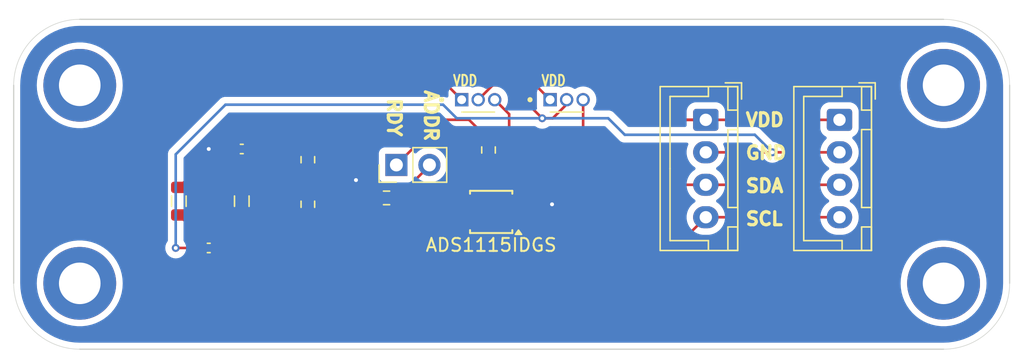
<source format=kicad_pcb>
(kicad_pcb (version 20240108) (generator "pcbnew") (generator_version "8.0")
  (layers (0 "F.Cu" signal) (31 "B.Cu" power) (34 "B.Paste" user) (35 "F.Paste" user) (36 "B.SilkS" user "B.Silkscreen") (37 "F.SilkS" user "F.Silkscreen") (38 "B.Mask" user) (39 "F.Mask" user) (44 "Edge.Cuts" user))
  (net 0 "")
  (net 1 "GND")
  (net 2 "VDD")
  (net 3 "Net-(J1-Pin_3)")
  (net 5 "Net-(U1-AIN1)")
  (net 7 "Net-(U1-AIN0)")
  (net 8 "Net-(J1-Pin_4)")
  (net 9 "Net-(J3-Pin_2)")
  (net 10 "Net-(J3-Pin_1)")
  (net 11 "/GND2")
  (footprint "Inductor_SMD:L_0805_2012Metric" (layer "F.Cu") (at 106.68 62.2625 -90)
    (property "Reference" "FB1")
    (property "Value" "GZ2012D152TF")
    (fp_line (start -0.399622 0.56) (end 0.399622 0.56) (stroke (width 0.12)) (layer "F.SilkS"))
    (fp_line (start -0.399622 -0.56) (end 0.399622 -0.56) (stroke (width 0.12)) (layer "F.SilkS"))
    (pad "1" smd roundrect (at -1.0625 0 270) (size 0.875 1.2) (layers "F.Cu" "F.Paste" "F.Mask") (net 1 "GND"))
    (pad "2" smd roundrect (at 1.0625 0 270) (size 0.875 1.2) (layers "F.Cu" "F.Paste" "F.Mask") (net 11 "/GND2"))
  )
  (footprint "ss495:XDCR_SS495A" (layer "F.Cu") (at 136.498 54.615)
    (property "Reference" "VDD" (at -1 -1.6414 0) (layer "F.SilkS") (effects (font (size 0.8 0.64))))
    (property "Value" "SS495A")
    (fp_line (start -1.25 0.785) (end 1.25 0.785) (stroke (width 0.127)) (layer "F.SilkS"))
    (fp_circle (center -2.815 -0.1655) (end -2.715 -0.1655) (stroke (width 0.2)) (fill none) (layer "F.SilkS"))
    (pad "1" thru_hole rect (at -1.27 -0.165) (size 1.03 1.03) (drill 0.68) (layers "*.Cu" "*.Mask") (net 2 "VDD"))
    (pad "2" thru_hole circle (at 0 -0.165) (size 1.03 1.03) (drill 0.68) (layers "*.Cu" "*.Mask") (net 11 "/GND2"))
    (pad "3" thru_hole circle (at 1.27 -0.165) (size 1.03 1.03) (drill 0.68) (layers "*.Cu" "*.Mask") (net 5 "Net-(U1-AIN1)"))
  )
  (footprint "Resistor_SMD:R_0603_1608Metric" (layer "F.Cu") (at 130.492485 58.320679 -90)
    (property "Reference" "R2")
    (property "Value" "10K")
    (fp_line (start -0.237258 0.5225) (end 0.237258 0.5225) (stroke (width 0.12)) (layer "F.SilkS"))
    (fp_line (start -0.237258 -0.5225) (end 0.237258 -0.5225) (stroke (width 0.12)) (layer "F.SilkS"))
    (pad "1" smd roundrect (at -0.825 0 270) (size 0.8 0.95) (layers "F.Cu" "F.Paste" "F.Mask") (net 2 "VDD"))
    (pad "2" smd roundrect (at 0.825 0 270) (size 0.8 0.95) (layers "F.Cu" "F.Paste" "F.Mask") (net 10 "Net-(J3-Pin_1)"))
  )
  (footprint "MountingHole:MountingHole_3.2mm_M3_DIN965_Pad" (layer "F.Cu") (at 165.484 53.34)
    (property "Reference" "H2")
    (property "Value" "MountingHole")
    (pad "1" thru_hole circle (at 0 0) (size 5.6 5.6) (drill 3.2) (layers "*.Cu" "*.Mask"))
  )
  (footprint "Capacitor_SMD:C_0402_1005Metric" (layer "F.Cu") (at 111.52 58.245)
    (property "Reference" "C2")
    (property "Value" "1µF")
    (fp_line (start -0.107836 -0.36) (end 0.107836 -0.36) (stroke (width 0.12)) (layer "F.SilkS"))
    (fp_line (start -0.107836 0.36) (end 0.107836 0.36) (stroke (width 0.12)) (layer "F.SilkS"))
    (pad "1" smd roundrect (at -0.48 0) (size 0.56 0.62) (layers "F.Cu" "F.Paste" "F.Mask") (net 1 "GND"))
    (pad "2" smd roundrect (at 0.48 0) (size 0.56 0.62) (layers "F.Cu" "F.Paste" "F.Mask") (net 2 "VDD"))
  )
  (footprint "MountingHole:MountingHole_3.2mm_M3_DIN965_Pad" (layer "F.Cu") (at 165.484 68.59)
    (property "Reference" "H4")
    (property "Value" "MountingHole")
    (pad "1" thru_hole circle (at 0 0) (size 5.6 5.6) (drill 3.2) (layers "*.Cu" "*.Mask"))
  )
  (footprint "Inductor_SMD:L_0805_2012Metric" (layer "F.Cu") (at 111.52 62.2625 -90)
    (property "Reference" "FB2")
    (property "Value" "GZ2012D152TF")
    (fp_line (start -0.399622 0.56) (end 0.399622 0.56) (stroke (width 0.12)) (layer "F.SilkS"))
    (fp_line (start -0.399622 -0.56) (end 0.399622 -0.56) (stroke (width 0.12)) (layer "F.SilkS"))
    (pad "1" smd roundrect (at -1.0625 0 270) (size 0.875 1.2) (layers "F.Cu" "F.Paste" "F.Mask") (net 2 "VDD"))
    (pad "2" smd roundrect (at 1.0625 0 270) (size 0.875 1.2) (layers "F.Cu" "F.Paste" "F.Mask") (net 2 "VDD"))
  )
  (footprint "Package_SO:TSSOP-10_3x3mm_P0.5mm" (layer "F.Cu") (at 130.696746 63.089762 180)
    (property "Reference" "ADS1115IDGS" (at 0 -2.55 180) (layer "F.SilkS"))
    (property "Value" "ADS1115IDGS")
    (fp_line (start 1.625 1.625) (end 1.625 1.4) (stroke (width 0.15)) (layer "F.SilkS"))
    (fp_line (start 1.625 -1.625) (end 1.625 -1.4) (stroke (width 0.15)) (layer "F.SilkS"))
    (fp_line (start -1.625 1.625) (end 1.625 1.625) (stroke (width 0.15)) (layer "F.SilkS"))
    (fp_line (start -1.625 1.625) (end -1.625 1.4) (stroke (width 0.15)) (layer "F.SilkS"))
    (fp_line (start -1.625 -1.625) (end 1.625 -1.625) (stroke (width 0.15)) (layer "F.SilkS"))
    (fp_line (start -1.625 -1.625) (end -1.625 -1.4) (stroke (width 0.15)) (layer "F.SilkS"))
    (fp_poly (pts (xy -2.1 -1.4) (xy -2.34 -1.73) (xy -1.86 -1.73) (xy -2.1 -1.4)) (stroke (width 0.12)) (fill solid) (layer "F.SilkS"))
    (pad "1" smd rect (at -2.15 -1 180) (size 1.1 0.25) (layers "F.Cu" "F.Paste" "F.Mask") (net 9 "Net-(J3-Pin_2)"))
    (pad "2" smd rect (at -2.15 -0.5 180) (size 1.1 0.25) (layers "F.Cu" "F.Paste" "F.Mask") (net 10 "Net-(J3-Pin_1)"))
    (pad "3" smd rect (at -2.15 0 180) (size 1.1 0.25) (layers "F.Cu" "F.Paste" "F.Mask") (net 1 "GND"))
    (pad "4" smd rect (at -2.15 0.5 180) (size 1.1 0.25) (layers "F.Cu" "F.Paste" "F.Mask") (net 7 "Net-(U1-AIN0)"))
    (pad "5" smd rect (at -2.15 1 180) (size 1.1 0.25) (layers "F.Cu" "F.Paste" "F.Mask") (net 5 "Net-(U1-AIN1)"))
    (pad "6" smd rect (at 2.15 1 180) (size 1.1 0.25) (layers "F.Cu" "F.Paste" "F.Mask"))
    (pad "7" smd rect (at 2.15 0.5 180) (size 1.1 0.25) (layers "F.Cu" "F.Paste" "F.Mask"))
    (pad "8" smd rect (at 2.15 0 180) (size 1.1 0.25) (layers "F.Cu" "F.Paste" "F.Mask") (net 2 "VDD"))
    (pad "9" smd rect (at 2.15 -0.5 180) (size 1.1 0.25) (layers "F.Cu" "F.Paste" "F.Mask") (net 3 "Net-(J1-Pin_3)"))
    (pad "10" smd rect (at 2.15 -1 180) (size 1.1 0.25) (layers "F.Cu" "F.Paste" "F.Mask") (net 8 "Net-(J1-Pin_4)"))
  )
  (footprint "Resistor_SMD:R_0603_1608Metric" (layer "F.Cu") (at 122.651485 62.012102 180)
    (property "Reference" "R1")
    (property "Value" "10K")
    (fp_line (start -0.237258 0.5225) (end 0.237258 0.5225) (stroke (width 0.12)) (layer "F.SilkS"))
    (fp_line (start -0.237258 -0.5225) (end 0.237258 -0.5225) (stroke (width 0.12)) (layer "F.SilkS"))
    (pad "1" smd roundrect (at -0.825 0 180) (size 0.8 0.95) (layers "F.Cu" "F.Paste" "F.Mask") (net 9 "Net-(J3-Pin_2)"))
    (pad "2" smd roundrect (at 0.825 0 180) (size 0.8 0.95) (layers "F.Cu" "F.Paste" "F.Mask") (net 1 "GND"))
  )
  (footprint "Capacitor_SMD:C_0402_1005Metric" (layer "F.Cu") (at 108.98 65.865)
    (property "Reference" "C1")
    (property "Value" "1µF")
    (fp_line (start -0.107836 -0.36) (end 0.107836 -0.36) (stroke (width 0.12)) (layer "F.SilkS"))
    (fp_line (start -0.107836 0.36) (end 0.107836 0.36) (stroke (width 0.12)) (layer "F.SilkS"))
    (pad "1" smd roundrect (at -0.48 0) (size 0.56 0.62) (layers "F.Cu" "F.Paste" "F.Mask") (net 11 "/GND2"))
    (pad "2" smd roundrect (at 0.48 0) (size 0.56 0.62) (layers "F.Cu" "F.Paste" "F.Mask") (net 2 "VDD"))
  )
  (footprint "Resistor_SMD:R_0603_1608Metric" (layer "F.Cu") (at 116.6 62.5 -90)
    (property "Reference" "R3")
    (property "Value" "10K")
    (fp_line (start -0.237258 0.5225) (end 0.237258 0.5225) (stroke (width 0.12)) (layer "F.SilkS"))
    (fp_line (start -0.237258 -0.5225) (end 0.237258 -0.5225) (stroke (width 0.12)) (layer "F.SilkS"))
    (pad "1" smd roundrect (at -0.825 0 270) (size 0.8 0.95) (layers "F.Cu" "F.Paste" "F.Mask") (net 2 "VDD"))
    (pad "2" smd roundrect (at 0.825 0 270) (size 0.8 0.95) (layers "F.Cu" "F.Paste" "F.Mask") (net 8 "Net-(J1-Pin_4)"))
  )
  (footprint "Connector_JST:JST_XH_B4B-XH-A_1x04_P2.50mm_Vertical" (layer "F.Cu") (at 147.2 56 -90)
    (property "Reference" "J2")
    (property "Value" "Conn_01x04")
    (fp_line (start -2.56 3.51) (end 10.06 3.51) (stroke (width 0.12)) (layer "F.SilkS"))
    (fp_line (start 10.06 3.51) (end 10.06 -2.46) (stroke (width 0.12)) (layer "F.SilkS"))
    (fp_line (start -1.8 2.75) (end 3.75 2.75) (stroke (width 0.12)) (layer "F.SilkS"))
    (fp_line (start 9.3 2.75) (end 3.75 2.75) (stroke (width 0.12)) (layer "F.SilkS"))
    (fp_line (start -2.55 -0.2) (end -1.8 -0.2) (stroke (width 0.12)) (layer "F.SilkS"))
    (fp_line (start -1.8 -0.2) (end -1.8 2.75) (stroke (width 0.12)) (layer "F.SilkS"))
    (fp_line (start 9.3 -0.2) (end 9.3 2.75) (stroke (width 0.12)) (layer "F.SilkS"))
    (fp_line (start 10.05 -0.2) (end 9.3 -0.2) (stroke (width 0.12)) (layer "F.SilkS"))
    (fp_line (start -2.55 -1.7) (end -0.75 -1.7) (stroke (width 0.12)) (layer "F.SilkS"))
    (fp_line (start -0.75 -1.7) (end -0.75 -2.45) (stroke (width 0.12)) (layer "F.SilkS"))
    (fp_line (start 0.75 -1.7) (end 6.75 -1.7) (stroke (width 0.12)) (layer "F.SilkS"))
    (fp_line (start 6.75 -1.7) (end 6.75 -2.45) (stroke (width 0.12)) (layer "F.SilkS"))
    (fp_line (start 8.25 -1.7) (end 10.05 -1.7) (stroke (width 0.12)) (layer "F.SilkS"))
    (fp_line (start 10.05 -1.7) (end 10.05 -2.45) (stroke (width 0.12)) (layer "F.SilkS"))
    (fp_line (start -2.55 -2.45) (end -2.55 -1.7) (stroke (width 0.12)) (layer "F.SilkS"))
    (fp_line (start -0.75 -2.45) (end -2.55 -2.45) (stroke (width 0.12)) (layer "F.SilkS"))
    (fp_line (start 0.75 -2.45) (end 0.75 -1.7) (stroke (width 0.12)) (layer "F.SilkS"))
    (fp_line (start 6.75 -2.45) (end 0.75 -2.45) (stroke (width 0.12)) (layer "F.SilkS"))
    (fp_line (start 8.25 -2.45) (end 8.25 -1.7) (stroke (width 0.12)) (layer "F.SilkS"))
    (fp_line (start 10.05 -2.45) (end 8.25 -2.45) (stroke (width 0.12)) (layer "F.SilkS"))
    (fp_line (start -2.56 -2.46) (end -2.56 3.51) (stroke (width 0.12)) (layer "F.SilkS"))
    (fp_line (start 10.06 -2.46) (end -2.56 -2.46) (stroke (width 0.12)) (layer "F.SilkS"))
    (fp_line (start -2.85 -2.75) (end -2.85 -1.5) (stroke (width 0.12)) (layer "F.SilkS"))
    (fp_line (start -1.6 -2.75) (end -2.85 -2.75) (stroke (width 0.12)) (layer "F.SilkS"))
    (pad "1" thru_hole roundrect (at 0 0 270) (size 1.7 1.95) (drill 0.95) (layers "*.Cu" "*.Mask") (roundrect_rratio 0.147059) (net 2 "VDD"))
    (pad "2" thru_hole oval (at 2.5 0 270) (size 1.7 1.95) (drill 0.95) (layers "*.Cu" "*.Mask") (net 11 "/GND2"))
    (pad "3" thru_hole oval (at 5 0 270) (size 1.7 1.95) (drill 0.95) (layers "*.Cu" "*.Mask") (net 3 "Net-(J1-Pin_3)"))
    (pad "4" thru_hole oval (at 7.5 0 270) (size 1.7 1.95) (drill 0.95) (layers "*.Cu" "*.Mask") (net 8 "Net-(J1-Pin_4)"))
  )
  (footprint "Connector_PinHeader_2.54mm:PinHeader_1x02_P2.54mm_Vertical" (layer "F.Cu") (at 123.407898 59.472102 90)
    (property "Reference" "J3")
    (property "Value" "Conn_01x02_Pin")
    (fp_line (start -1.33 -1.33) (end 0 -1.33) (stroke (width 0.12)) (layer "F.SilkS"))
    (fp_line (start -1.33 0) (end -1.33 -1.33) (stroke (width 0.12)) (layer "F.SilkS"))
    (fp_line (start 1.33 1.27) (end 1.33 3.87) (stroke (width 0.12)) (layer "F.SilkS"))
    (fp_line (start -1.33 1.27) (end 1.33 1.27) (stroke (width 0.12)) (layer "F.SilkS"))
    (fp_line (start -1.33 1.27) (end -1.33 3.87) (stroke (width 0.12)) (layer "F.SilkS"))
    (fp_line (start -1.33 3.87) (end 1.33 3.87) (stroke (width 0.12)) (layer "F.SilkS"))
    (pad "1" thru_hole rect (at 0 0 90) (size 1.7 1.7) (drill 1) (layers "*.Cu" "*.Mask") (net 10 "Net-(J3-Pin_1)"))
    (pad "2" thru_hole oval (at 0 2.54 90) (size 1.7 1.7) (drill 1) (layers "*.Cu" "*.Mask") (net 9 "Net-(J3-Pin_2)"))
  )
  (footprint "MountingHole:MountingHole_3.2mm_M3_DIN965_Pad" (layer "F.Cu") (at 99.06 68.59)
    (property "Reference" "H3")
    (property "Value" "MountingHole")
    (pad "1" thru_hole circle (at 0 0) (size 5.6 5.6) (drill 3.2) (layers "*.Cu" "*.Mask"))
  )
  (footprint "ss495:XDCR_SS495A" (layer "F.Cu") (at 129.698 54.615)
    (property "Reference" "VDD" (at -1 -1.6414 0) (layer "F.SilkS") (effects (font (size 0.8 0.64))))
    (property "Value" "SS495A")
    (fp_line (start -1.25 0.785) (end 1.25 0.785) (stroke (width 0.127)) (layer "F.SilkS"))
    (fp_circle (center -2.815 -0.1655) (end -2.715 -0.1655) (stroke (width 0.2)) (fill none) (layer "F.SilkS"))
    (pad "1" thru_hole rect (at -1.27 -0.165) (size 1.03 1.03) (drill 0.68) (layers "*.Cu" "*.Mask") (net 2 "VDD"))
    (pad "2" thru_hole circle (at 0 -0.165) (size 1.03 1.03) (drill 0.68) (layers "*.Cu" "*.Mask") (net 11 "/GND2"))
    (pad "3" thru_hole circle (at 1.27 -0.165) (size 1.03 1.03) (drill 0.68) (layers "*.Cu" "*.Mask") (net 7 "Net-(U1-AIN0)"))
  )
  (footprint "MountingHole:MountingHole_3.2mm_M3_DIN965_Pad" (layer "F.Cu") (at 99.06 53.34)
    (property "Reference" "H1")
    (property "Value" "MountingHole")
    (pad "1" thru_hole circle (at 0 0) (size 5.6 5.6) (drill 3.2) (layers "*.Cu" "*.Mask"))
  )
  (footprint "Resistor_SMD:R_0603_1608Metric" (layer "F.Cu") (at 116.6 59.07 -90)
    (property "Reference" "R4")
    (property "Value" "10K")
    (fp_line (start -0.237258 0.5225) (end 0.237258 0.5225) (stroke (width 0.12)) (layer "F.SilkS"))
    (fp_line (start -0.237258 -0.5225) (end 0.237258 -0.5225) (stroke (width 0.12)) (layer "F.SilkS"))
    (pad "1" smd roundrect (at -0.825 0 270) (size 0.8 0.95) (layers "F.Cu" "F.Paste" "F.Mask") (net 2 "VDD"))
    (pad "2" smd roundrect (at 0.825 0 270) (size 0.8 0.95) (layers "F.Cu" "F.Paste" "F.Mask") (net 3 "Net-(J1-Pin_3)"))
  )
  (footprint "Connector_JST:JST_XH_B4B-XH-A_1x04_P2.50mm_Vertical" (layer "F.Cu") (at 157.48 56 -90)
    (property "Reference" "J1")
    (property "Value" "Conn_01x04")
    (fp_line (start -2.56 3.51) (end 10.06 3.51) (stroke (width 0.12)) (layer "F.SilkS"))
    (fp_line (start 10.06 3.51) (end 10.06 -2.46) (stroke (width 0.12)) (layer "F.SilkS"))
    (fp_line (start -1.8 2.75) (end 3.75 2.75) (stroke (width 0.12)) (layer "F.SilkS"))
    (fp_line (start 9.3 2.75) (end 3.75 2.75) (stroke (width 0.12)) (layer "F.SilkS"))
    (fp_line (start -2.55 -0.2) (end -1.8 -0.2) (stroke (width 0.12)) (layer "F.SilkS"))
    (fp_line (start -1.8 -0.2) (end -1.8 2.75) (stroke (width 0.12)) (layer "F.SilkS"))
    (fp_line (start 9.3 -0.2) (end 9.3 2.75) (stroke (width 0.12)) (layer "F.SilkS"))
    (fp_line (start 10.05 -0.2) (end 9.3 -0.2) (stroke (width 0.12)) (layer "F.SilkS"))
    (fp_line (start -2.55 -1.7) (end -0.75 -1.7) (stroke (width 0.12)) (layer "F.SilkS"))
    (fp_line (start -0.75 -1.7) (end -0.75 -2.45) (stroke (width 0.12)) (layer "F.SilkS"))
    (fp_line (start 0.75 -1.7) (end 6.75 -1.7) (stroke (width 0.12)) (layer "F.SilkS"))
    (fp_line (start 6.75 -1.7) (end 6.75 -2.45) (stroke (width 0.12)) (layer "F.SilkS"))
    (fp_line (start 8.25 -1.7) (end 10.05 -1.7) (stroke (width 0.12)) (layer "F.SilkS"))
    (fp_line (start 10.05 -1.7) (end 10.05 -2.45) (stroke (width 0.12)) (layer "F.SilkS"))
    (fp_line (start -2.55 -2.45) (end -2.55 -1.7) (stroke (width 0.12)) (layer "F.SilkS"))
    (fp_line (start -0.75 -2.45) (end -2.55 -2.45) (stroke (width 0.12)) (layer "F.SilkS"))
    (fp_line (start 0.75 -2.45) (end 0.75 -1.7) (stroke (width 0.12)) (layer "F.SilkS"))
    (fp_line (start 6.75 -2.45) (end 0.75 -2.45) (stroke (width 0.12)) (layer "F.SilkS"))
    (fp_line (start 8.25 -2.45) (end 8.25 -1.7) (stroke (width 0.12)) (layer "F.SilkS"))
    (fp_line (start 10.05 -2.45) (end 8.25 -2.45) (stroke (width 0.12)) (layer "F.SilkS"))
    (fp_line (start -2.56 -2.46) (end -2.56 3.51) (stroke (width 0.12)) (layer "F.SilkS"))
    (fp_line (start 10.06 -2.46) (end -2.56 -2.46) (stroke (width 0.12)) (layer "F.SilkS"))
    (fp_line (start -2.85 -2.75) (end -2.85 -1.5) (stroke (width 0.12)) (layer "F.SilkS"))
    (fp_line (start -1.6 -2.75) (end -2.85 -2.75) (stroke (width 0.12)) (layer "F.SilkS"))
    (pad "1" thru_hole roundrect (at 0 0 270) (size 1.7 1.95) (drill 0.95) (layers "*.Cu" "*.Mask") (roundrect_rratio 0.147059) (net 2 "VDD"))
    (pad "2" thru_hole oval (at 2.5 0 270) (size 1.7 1.95) (drill 0.95) (layers "*.Cu" "*.Mask") (net 11 "/GND2"))
    (pad "3" thru_hole oval (at 5 0 270) (size 1.7 1.95) (drill 0.95) (layers "*.Cu" "*.Mask") (net 3 "Net-(J1-Pin_3)"))
    (pad "4" thru_hole oval (at 7.5 0 270) (size 1.7 1.95) (drill 0.95) (layers "*.Cu" "*.Mask") (net 8 "Net-(J1-Pin_4)"))
  )
  (gr_line (start 157.48 56) (end 144.78 56) (stroke (width 0.2)) (layer "F.Cu") (net 2))
  (gr_line (start 165.484 73.66) (end 99.06 73.66) (stroke (width 0.1)) (layer "Edge.Cuts"))
  (gr_line (start 170.564 53.34) (end 170.564 68.58) (stroke (width 0.1)) (layer "Edge.Cuts"))
  (gr_arc (start 93.98 53.34) (mid 95.467898 49.747898) (end 99.06 48.26) (stroke (width 0.05)) (layer "Edge.Cuts"))
  (gr_line (start 99.06 48.26) (end 165.484 48.26) (stroke (width 0.1)) (layer "Edge.Cuts"))
  (gr_line (start 93.98 68.58) (end 93.98 53.34) (stroke (width 0.1)) (layer "Edge.Cuts"))
  (gr_arc (start 170.564 68.58) (mid 169.076102 72.172102) (end 165.484 73.66) (stroke (width 0.05)) (layer "Edge.Cuts"))
  (gr_arc (start 165.484 48.26) (mid 169.076102 49.747898) (end 170.564 53.34) (stroke (width 0.05)) (layer "Edge.Cuts"))
  (gr_arc (start 99.06 73.66) (mid 95.467898 72.172102) (end 93.98 68.58) (stroke (width 0.05)) (layer "Edge.Cuts"))
  (gr_text "VDD" (at 150.149072 56.589717 0) (layer "F.SilkS") (effects (font (size 1 1) (thickness 0.25) (bold yes)) (justify left bottom)))
  (gr_text "GND" (at 150.149072 59.129717 0) (layer "F.SilkS") (effects (font (size 1 1) (thickness 0.25) (bold yes)) (justify left bottom)))
  (gr_text "RDY" (at 122.656538 54.223878 -90) (layer "F.SilkS") (effects (font (size 1 1) (thickness 0.25) (bold yes)) (justify left bottom)))
  (gr_text "SDA" (at 150.149072 61.669717 0) (layer "F.SilkS") (effects (font (size 1 1) (thickness 0.25) (bold yes)) (justify left bottom)))
  (gr_text "SCL" (at 150.149072 64.209717 0) (layer "F.SilkS") (effects (font (size 1 1) (thickness 0.25) (bold yes)) (justify left bottom)))
  (gr_text "ADDR" (at 125.501534 53.587729 -90) (layer "F.SilkS") (effects (font (size 1 1) (thickness 0.25) (bold yes)) (justify left bottom)))
  (segment (start 135.375967 62.504493) (end 134.77046 63.11) (width 0.2) (layer "F.Cu") (net 1))
  (segment (start 120.30054 60.638763) (end 121.673879 62.012102) (width 0.2) (layer "F.Cu") (net 1))
  (segment (start 108.98 58.245) (end 111.04 58.245) (width 0.2) (layer "F.Cu") (net 1))
  (segment (start 134.77046 63.11) (end 132.69 63.11) (width 0.2) (layer "F.Cu") (net 1))
  (segment (start 121.673879 62.012102) (end 121.92 62.012102) (width 0.2) (layer "F.Cu") (net 1))
  (segment (start 108.98 58.9) (end 106.68 61.2) (width 0.2) (layer "F.Cu") (net 1))
  (segment (start 108.98 58.245) (end 108.98 58.9) (width 0.2) (layer "F.Cu") (net 1))
  (via (at 120.30054 60.638763) (size 0.6) (drill 0.3) (layers "F.Cu" "B.Cu") (net 1))
  (via (at 135.375967 62.504493) (size 0.6) (drill 0.3) (layers "F.Cu" "B.Cu") (net 1))
  (via (at 108.98 58.245) (size 0.6) (drill 0.3) (layers "F.Cu" "B.Cu") (net 1))
  (segment (start 142.24 53.34) (end 142.24 53.46) (width 0.2) (layer "F.Cu") (net 2))
  (segment (start 104.14 66.04) (end 106.505 68.405) (width 0.2) (layer "F.Cu") (net 2))
  (segment (start 129.54 50.8) (end 139.7 50.8) (width 0.2) (layer "F.Cu") (net 2))
  (segment (start 112 58.245) (end 114.06 58.245) (width 0.2) (layer "F.Cu") (net 2))
  (segment (start 116.6 58.694314) (end 121.015686 63.11) (width 0.2) (layer "F.Cu") (net 2))
  (segment (start 142.24 53.46) (end 144.78 56) (width 0.2) (layer "F.Cu") (net 2))
  (segment (start 116.6 58.245) (end 118.849673 55.995327) (width 0.2) (layer "F.Cu") (net 2))
  (segment (start 127 53.34) (end 127.318 53.34) (width 0.2) (layer "F.Cu") (net 2))
  (segment (start 104.14 58.42) (end 104.14 66.04) (width 0.2) (layer "F.Cu") (net 2))
  (segment (start 132.08 51.302) (end 132.08 50.8) (width 0.2) (layer "F.Cu") (net 2))
  (segment (start 112 58.245) (end 112 60.72) (width 0.2) (layer "F.Cu") (net 2))
  (segment (start 109.46 65.865) (end 109.46 65.385) (width 0.2) (layer "F.Cu") (net 2))
  (segment (start 112 60.72) (end 111.52 61.2) (width 0.2) (layer "F.Cu") (net 2))
  (segment (start 109.46 65.385) (end 111.52 63.325) (width 0.2) (layer "F.Cu") (net 2))
  (segment (start 109.46 67.925) (end 109.46 65.865) (width 0.2) (layer "F.Cu") (net 2))
  (segment (start 135.228 54.45) (end 132.08 51.302) (width 0.2) (layer "F.Cu") (net 2))
  (segment (start 139.7 50.8) (end 142.24 53.34) (width 0.2) (layer "F.Cu") (net 2))
  (segment (start 121.015686 63.11) (end 128.39 63.11) (width 0.2) (layer "F.Cu") (net 2))
  (segment (start 127 53.34) (end 129.54 50.8) (width 0.2) (layer "F.Cu") (net 2))
  (segment (start 106.505 68.405) (end 108.98 68.405) (width 0.2) (layer "F.Cu") (net 2))
  (segment (start 109.22 53.34) (end 104.14 58.42) (width 0.2) (layer "F.Cu") (net 2))
  (segment (start 114.06 61.675) (end 116.6 61.675) (width 0.2) (layer "F.Cu") (net 2))
  (segment (start 128.992133 55.995327) (end 130.492485 57.495679) (width 0.2) (layer "F.Cu") (net 2))
  (segment (start 114.06 58.245) (end 116.6 58.245) (width 0.2) (layer "F.Cu") (net 2))
  (segment (start 108.98 68.405) (end 109.46 67.925) (width 0.2) (layer "F.Cu") (net 2))
  (segment (start 147.32 56) (end 144.9 56) (width 0.2) (layer "F.Cu") (net 2))
  (segment (start 127.318 53.34) (end 128.428 54.45) (width 0.2) (layer "F.Cu") (net 2))
  (segment (start 116.6 58.245) (end 116.6 58.694314) (width 0.2) (layer "F.Cu") (net 2))
  (segment (start 114.06 58.245) (end 114.06 61.675) (width 0.2) (layer "F.Cu") (net 2))
  (segment (start 127 53.34) (end 109.22 53.34) (width 0.2) (layer "F.Cu") (net 2))
  (segment (start 118.849673 55.995327) (end 128.992133 55.995327) (width 0.2) (layer "F.Cu") (net 2))
  (segment (start 134.62 66.04) (end 139.66 61) (width 0.2) (layer "F.Cu") (net 3))
  (segment (start 128.546746 63.589762) (end 129.321746 63.589762) (width 0.2) (layer "F.Cu") (net 3))
  (segment (start 120.95 63.61) (end 128.526508 63.61) (width 0.2) (layer "F.Cu") (net 3))
  (segment (start 117.6 60.895) (end 118.235 60.895) (width 0.2) (layer "F.Cu") (net 3))
  (segment (start 129.321746 63.589762) (end 129.54 63.808016) (width 0.2) (layer "F.Cu") (net 3))
  (segment (start 129.54 66.04) (end 134.62 66.04) (width 0.2) (layer "F.Cu") (net 3))
  (segment (start 128.526508 63.61) (end 128.546746 63.589762) (width 0.2) (layer "F.Cu") (net 3))
  (segment (start 139.66 61) (end 157.48 61) (width 0.2) (layer "F.Cu") (net 3))
  (segment (start 118.235 60.895) (end 120.95 63.61) (width 0.2) (layer "F.Cu") (net 3))
  (segment (start 129.54 63.808016) (end 129.54 66.04) (width 0.2) (layer "F.Cu") (net 3))
  (segment (start 116.6 59.895) (end 117.6 60.895) (width 0.2) (layer "F.Cu") (net 3))
  (segment (start 133.47 62.11) (end 132.69 62.11) (width 0.2) (layer "F.Cu") (net 5))
  (segment (start 137.768 54.45) (end 137.768 57.812) (width 0.2) (layer "F.Cu") (net 5))
  (segment (start 137.768 57.812) (end 133.47 62.11) (width 0.2) (layer "F.Cu") (net 5))
  (segment (start 131.915 62.61) (end 132.69 62.61) (width 0.2) (layer "F.Cu") (net 7))
  (segment (start 130.968 54.45) (end 132.08 55.562) (width 0.2) (layer "F.Cu") (net 7))
  (segment (start 132.08 55.562) (end 132.08 61.445) (width 0.2) (layer "F.Cu") (net 7))
  (segment (start 132.08 61.445) (end 131.84 61.685) (width 0.2) (layer "F.Cu") (net 7))
  (segment (start 131.84 61.685) (end 131.84 62.535) (width 0.2) (layer "F.Cu") (net 7))
  (segment (start 131.84 62.535) (end 131.915 62.61) (width 0.2) (layer "F.Cu") (net 7))
  (segment (start 129.14 66.205685) (end 129.374315 66.44) (width 0.2) (layer "F.Cu") (net 8))
  (segment (start 116.6 63.325) (end 117.328676 64.053676) (width 0.2) (layer "F.Cu") (net 8))
  (segment (start 144.26 66.44) (end 147.2 63.5) (width 0.2) (layer "F.Cu") (net 8))
  (segment (start 129.374315 66.44) (end 144.26 66.44) (width 0.2) (layer "F.Cu") (net 8))
  (segment (start 128.39 64.11) (end 129.14 64.86) (width 0.2) (layer "F.Cu") (net 8))
  (segment (start 129.14 64.86) (end 129.14 66.205685) (width 0.2) (layer "F.Cu") (net 8))
  (segment (start 157.48 63.5) (end 147.2 63.5) (width 0.2) (layer "F.Cu") (net 8))
  (segment (start 117.328676 64.053676) (end 128.333676 64.053676) (width 0.2) (layer "F.Cu") (net 8))
  (segment (start 128.333676 64.053676) (end 128.39 64.11) (width 0.2) (layer "F.Cu") (net 8))
  (segment (start 123.476485 62.012102) (end 125.947898 59.540689) (width 0.2) (layer "F.Cu") (net 9))
  (segment (start 129.016453 61.248626) (end 127.514242 61.248626) (width 0.2) (layer "F.Cu") (net 9))
  (segment (start 130.230686 64.11) (end 130.212659 64.091973) (width 0.2) (layer "F.Cu") (net 9))
  (segment (start 132.69 64.11) (end 130.230686 64.11) (width 0.2) (layer "F.Cu") (net 9))
  (segment (start 127.514242 61.248626) (end 126.750766 62.012102) (width 0.2) (layer "F.Cu") (net 9))
  (segment (start 130.212659 64.091973) (end 130.212659 62.444832) (width 0.2) (layer "F.Cu") (net 9))
  (segment (start 126.750766 62.012102) (end 123.476485 62.012102) (width 0.2) (layer "F.Cu") (net 9))
  (segment (start 130.212659 62.444832) (end 129.016453 61.248626) (width 0.2) (layer "F.Cu") (net 9))
  (segment (start 124.957898 57.922102) (end 123.407898 59.472102) (width 0.2) (layer "F.Cu") (net 10))
  (segment (start 130.922335 60.168907) (end 130.922335 62.79659) (width 0.2) (layer "F.Cu") (net 10))
  (segment (start 130.492485 59.739057) (end 130.922335 60.168907) (width 0.2) (layer "F.Cu") (net 10))
  (segment (start 130.492485 59.145679) (end 127.497898 59.145679) (width 0.2) (layer "F.Cu") (net 10))
  (segment (start 127.497898 58.83007) (end 126.58993 57.922102) (width 0.2) (layer "F.Cu") (net 10))
  (segment (start 127.497898 59.145679) (end 127.497898 58.83007) (width 0.2) (layer "F.Cu") (net 10))
  (segment (start 126.58993 57.922102) (end 124.957898 57.922102) (width 0.2) (layer "F.Cu") (net 10))
  (segment (start 131.735745 63.61) (end 132.69 63.61) (width 0.2) (layer "F.Cu") (net 10))
  (segment (start 130.922335 62.79659) (end 131.735745 63.61) (width 0.2) (layer "F.Cu") (net 10))
  (segment (start 130.492485 59.145679) (end 130.492485 59.739057) (width 0.2) (layer "F.Cu") (net 10))
  (segment (start 152.32 58.5) (end 157.48 58.5) (width 0.2) (layer "F.Cu") (net 11))
  (segment (start 108.5 65.865) (end 108.5 65.145) (width 0.2) (layer "F.Cu") (net 11))
  (segment (start 129.54 54.608) (end 129.698 54.45) (width 0.2) (layer "F.Cu") (net 11))
  (segment (start 152.32 58.5) (end 147.32 58.5) (width 0.2) (layer "F.Cu") (net 11))
  (segment (start 135.428 55.88) (end 136.498 54.81) (width 0.2) (layer "F.Cu") (net 11))
  (segment (start 130.808 53.34) (end 129.698 54.45) (width 0.2) (layer "F.Cu") (net 11))
  (segment (start 108.46 65.905) (end 108.5 65.865) (width 0.2) (layer "F.Cu") (net 11))
  (segment (start 108.5 65.145) (end 106.68 63.325) (width 0.2) (layer "F.Cu") (net 11))
  (segment (start 136.498 54.81) (end 136.498 54.45) (width 0.2) (layer "F.Cu") (net 11))
  (segment (start 132.08 53.34) (end 130.808 53.34) (width 0.2) (layer "F.Cu") (net 11))
  (segment (start 106.44 65.865) (end 108.5 65.865) (width 0.2) (layer "F.Cu") (net 11))
  (segment (start 134.62 55.88) (end 132.08 53.34) (width 0.2) (layer "F.Cu") (net 11))
  (segment (start 134.62 55.88) (end 135.428 55.88) (width 0.2) (layer "F.Cu") (net 11))
  (via (at 106.44 65.865) (size 0.6) (drill 0.3) (layers "F.Cu" "B.Cu") (net 11))
  (via (at 134.62 55.88) (size 0.6) (drill 0.3) (layers "F.Cu" "B.Cu") (net 11))
  (via (at 152.32 58.5) (size 0.6) (drill 0.3) (layers "F.Cu" "B.Cu") (net 11))
  (segment (start 128.046177 55.88) (end 134.62 55.88) (width 0.2) (layer "B.Cu") (net 11))
  (segment (start 106.44 65.865) (end 106.44 58.66) (width 0.2) (layer "B.Cu") (net 11))
  (segment (start 150.97 57.15) (end 152.32 58.5) (width 0.2) (layer "B.Cu") (net 11))
  (segment (start 110.266177 54.833823) (end 127 54.833823) (width 0.2) (layer "B.Cu") (net 11))
  (segment (start 140.97 57.15) (end 150.97 57.15) (width 0.2) (layer "B.Cu") (net 11))
  (segment (start 106.44 58.66) (end 110.266177 54.833823) (width 0.2) (layer "B.Cu") (net 11))
  (segment (start 127 54.833823) (end 128.046177 55.88) (width 0.2) (layer "B.Cu") (net 11))
  (segment (start 139.7 55.88) (end 140.97 57.15) (width 0.2) (layer "B.Cu") (net 11))
  (segment (start 134.62 55.88) (end 139.7 55.88) (width 0.2) (layer "B.Cu") (net 11))
  (zone (net 1) (net_name "GND") (layer "B.Cu") (connect_pads (clearance 0.5)) (min_thickness 0.25) (fill yes (thermal_gap 0.5) (thermal_bridge_width 0.5))
    (polygon (pts (xy 92.927898 46.772102) (xy 171.667898 46.772102) (xy 171.667898 74.712102) (xy 92.927898 74.712102)))
  )
)
</source>
